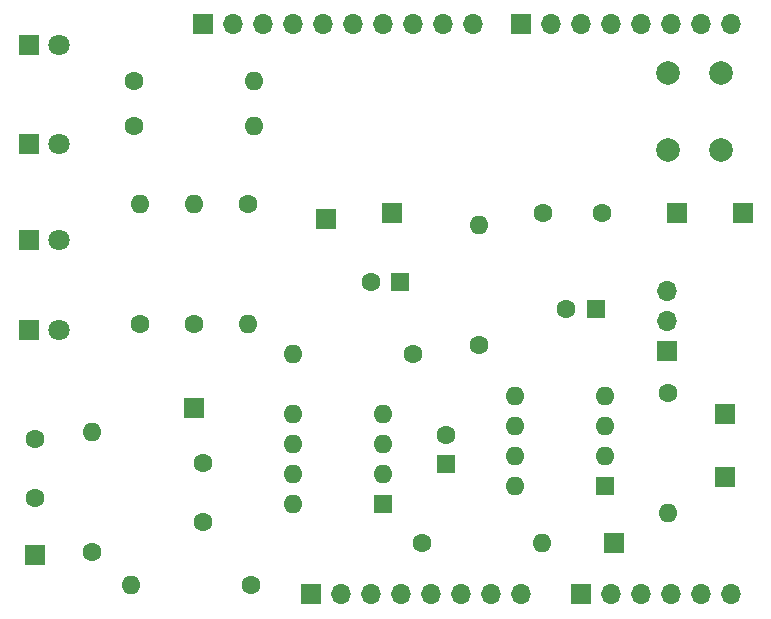
<source format=gbr>
%TF.GenerationSoftware,KiCad,Pcbnew,7.0.1*%
%TF.CreationDate,2023-05-13T15:10:29+02:00*%
%TF.ProjectId,Lab1_SDHD,4c616231-5f53-4444-9844-2e6b69636164,v 1.4*%
%TF.SameCoordinates,Original*%
%TF.FileFunction,Soldermask,Bot*%
%TF.FilePolarity,Negative*%
%FSLAX46Y46*%
G04 Gerber Fmt 4.6, Leading zero omitted, Abs format (unit mm)*
G04 Created by KiCad (PCBNEW 7.0.1) date 2023-05-13 15:10:29*
%MOMM*%
%LPD*%
G01*
G04 APERTURE LIST*
%ADD10R,1.700000X1.700000*%
%ADD11R,1.600000X1.600000*%
%ADD12C,1.600000*%
%ADD13O,1.600000X1.600000*%
%ADD14R,1.800000X1.800000*%
%ADD15C,1.800000*%
%ADD16O,1.700000X1.700000*%
%ADD17C,2.000000*%
G04 APERTURE END LIST*
D10*
X104572000Y-94158000D03*
D11*
X135472380Y-71044000D03*
D12*
X132972380Y-71044000D03*
X104572000Y-84292000D03*
X104572000Y-89292000D03*
X142164000Y-76378000D03*
D13*
X142164000Y-66218000D03*
D12*
X113462000Y-74600000D03*
D13*
X113462000Y-64440000D03*
D14*
X104064000Y-50978000D03*
D15*
X106604000Y-50978000D03*
D10*
X158928000Y-65202000D03*
D12*
X112954000Y-54026000D03*
D13*
X123114000Y-54026000D03*
D10*
X134798000Y-65202000D03*
X118034000Y-81712000D03*
D12*
X122860000Y-96698000D03*
D13*
X112700000Y-96698000D03*
D11*
X139370000Y-86473113D03*
D12*
X139370000Y-83973113D03*
D11*
X134026000Y-89830000D03*
D13*
X134026000Y-87290000D03*
X134026000Y-84750000D03*
X134026000Y-82210000D03*
X126406000Y-82210000D03*
X126406000Y-84750000D03*
X126406000Y-87290000D03*
X126406000Y-89830000D03*
D12*
X122606000Y-64440000D03*
D13*
X122606000Y-74600000D03*
D12*
X158166000Y-80442000D03*
D13*
X158166000Y-90602000D03*
D12*
X152538000Y-65202000D03*
X147538000Y-65202000D03*
X137338000Y-93142000D03*
D13*
X147498000Y-93142000D03*
D14*
X104059000Y-67488000D03*
D15*
X106599000Y-67488000D03*
D16*
X158084000Y-71791000D03*
X158084000Y-74331000D03*
D10*
X158084000Y-76871000D03*
D11*
X152030000Y-73330000D03*
D12*
X149530000Y-73330000D03*
D10*
X162992000Y-87554000D03*
D17*
X162666000Y-53368000D03*
X162666000Y-59868000D03*
X158166000Y-53368000D03*
X158166000Y-59868000D03*
D10*
X162992000Y-82220000D03*
D12*
X136576000Y-77140000D03*
D13*
X126416000Y-77140000D03*
D11*
X152822000Y-88306000D03*
D13*
X152822000Y-85766000D03*
X152822000Y-83226000D03*
X152822000Y-80686000D03*
X145202000Y-80686000D03*
X145202000Y-83226000D03*
X145202000Y-85766000D03*
X145202000Y-88306000D03*
D10*
X129210000Y-65710000D03*
X153594000Y-93142000D03*
D12*
X109398000Y-93904000D03*
D13*
X109398000Y-83744000D03*
D12*
X118034000Y-74600000D03*
D13*
X118034000Y-64440000D03*
D14*
X104064000Y-75108000D03*
D15*
X106604000Y-75108000D03*
D12*
X112954000Y-57836000D03*
D13*
X123114000Y-57836000D03*
D10*
X164516000Y-65202000D03*
D12*
X118796000Y-91324000D03*
X118796000Y-86324000D03*
D14*
X104059000Y-59360000D03*
D15*
X106599000Y-59360000D03*
D10*
X127940000Y-97460000D03*
D16*
X130480000Y-97460000D03*
X133020000Y-97460000D03*
X135560000Y-97460000D03*
X138100000Y-97460000D03*
X140640000Y-97460000D03*
X143180000Y-97460000D03*
X145720000Y-97460000D03*
D10*
X150800000Y-97460000D03*
D16*
X153340000Y-97460000D03*
X155880000Y-97460000D03*
X158420000Y-97460000D03*
X160960000Y-97460000D03*
X163500000Y-97460000D03*
D10*
X118796000Y-49200000D03*
D16*
X121336000Y-49200000D03*
X123876000Y-49200000D03*
X126416000Y-49200000D03*
X128956000Y-49200000D03*
X131496000Y-49200000D03*
X134036000Y-49200000D03*
X136576000Y-49200000D03*
X139116000Y-49200000D03*
X141656000Y-49200000D03*
D10*
X145720000Y-49200000D03*
D16*
X148260000Y-49200000D03*
X150800000Y-49200000D03*
X153340000Y-49200000D03*
X155880000Y-49200000D03*
X158420000Y-49200000D03*
X160960000Y-49200000D03*
X163500000Y-49200000D03*
M02*

</source>
